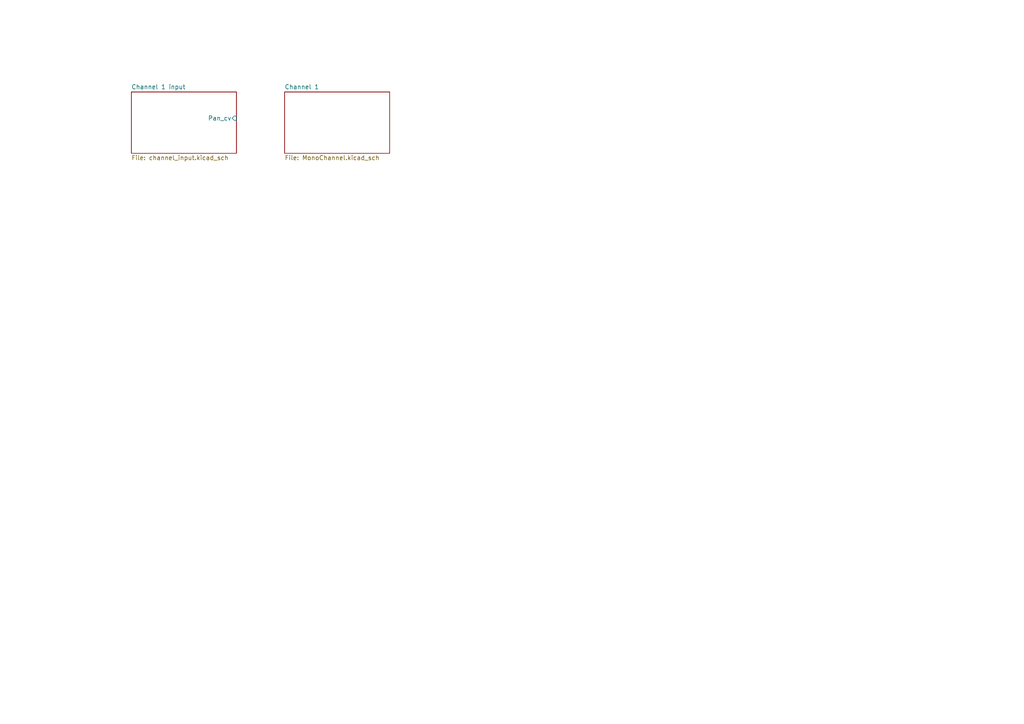
<source format=kicad_sch>
(kicad_sch (version 20230121) (generator eeschema)
  (paper "A4")
  (lib_symbols)
  (sheet (at 82.55 26.67) (size 30.48 17.78) (stroke (width 0.1524))
    (property "Sheetname" "Channel 1" (at 82.55 25.9584 0) (effects (justify left bottom)))
    (property "Sheetfile" "MonoChannel.kicad_sch" (at 82.55 45.0346 0) (effects (justify left top)))
  )
  (sheet (at 38.1 26.67) (size 30.48 17.78) (stroke (width 0.1524))
    (property "Sheetname" "Channel 1 input" (at 38.1 25.9584 0) (effects (justify left bottom)))
    (property "Sheetfile" "channel_input.kicad_sch" (at 38.1 45.0346 0) (effects (justify left top)))
    (pin "Pan_cv" input (at 68.58 34.29 0))
  )
)
</source>
